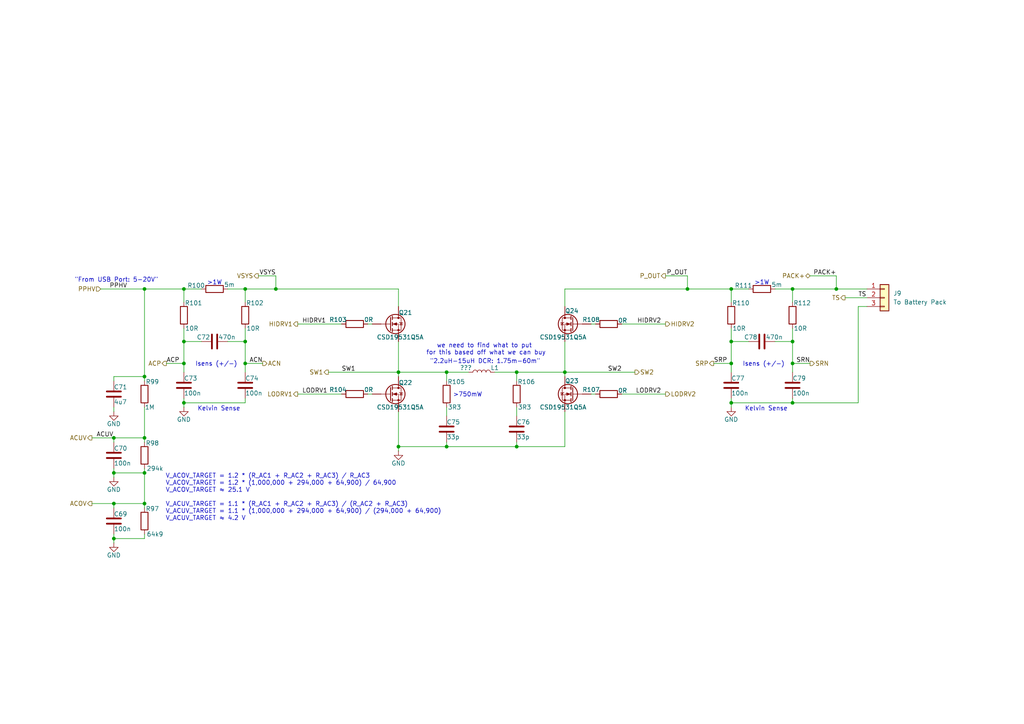
<source format=kicad_sch>
(kicad_sch (version 20250114) (generator "eeschema") (generator_version "9.0")
  (paper "A4")
  (lib_symbols
    (symbol "Connector_Generic:Conn_01x03" (pin_names (offset 1.016) (hide yes))
      (property "Reference" "J" (at 0 5.08 0))
      (property "Value" "Conn_01x03" (at 0 -5.08 0))
      (symbol "Conn_01x03_1_1"
        (rectangle (start -1.27 3.81) (end 1.27 -3.81) (stroke (width 0.254)) (fill (type background)))
        (rectangle (start -1.27 2.667) (end 0 2.413) (stroke (width 0.1524)))
        (rectangle (start -1.27 0.127) (end 0 -0.127) (stroke (width 0.1524)))
        (rectangle (start -1.27 -2.413) (end 0 -2.667) (stroke (width 0.1524)))
        (pin passive line (at -5.08 2.54 0) (length 3.81) (name "Pin_1") (number "1"))
        (pin passive line (at -5.08 0 0) (length 3.81) (name "Pin_2") (number "2"))
        (pin passive line (at -5.08 -2.54 0) (length 3.81) (name "Pin_3") (number "3"))
      )
    )
    (symbol "Device:C" (pin_numbers (hide yes)) (pin_names (offset 0.254))
      (property "Reference" "C" (at 0.635 2.54 0))
      (property "Value" "C" (at 0.635 -2.54 0))
      (symbol "C_0_1"
        (polyline (pts (xy -2.032 0.762) (xy 2.032 0.762)) (stroke (width 0.508)))
        (polyline (pts (xy -2.032 -0.762) (xy 2.032 -0.762)) (stroke (width 0.508)))
      )
      (symbol "C_1_1"
        (pin passive line (at 0 3.81 270) (length 2.794) (name "~") (number "1"))
        (pin passive line (at 0 -3.81 90) (length 2.794) (name "~") (number "2"))
      )
    )
    (symbol "Device:L" (pin_numbers (hide yes)) (pin_names (offset 1.016) (hide yes))
      (property "Reference" "L" (at -1.27 0 90))
      (property "Value" "L" (at 1.905 0 90))
      (symbol "L_0_1"
        (arc (start 0 2.54) (mid 0.6323 1.905) (end 0 1.27))
        (arc (start 0 1.27) (mid 0.6323 0.635) (end 0 0))
        (arc (start 0 0) (mid 0.6323 -0.635) (end 0 -1.27))
        (arc (start 0 -1.27) (mid 0.6323 -1.905) (end 0 -2.54))
      )
      (symbol "L_1_1"
        (pin passive line (at 0 3.81 270) (length 1.27) (name "1") (number "1"))
        (pin passive line (at 0 -3.81 90) (length 1.27) (name "2") (number "2"))
      )
    )
    (symbol "Device:R" (pin_numbers (hide yes)) (pin_names (offset 0))
      (property "Reference" "R" (at 2.032 0 90))
      (property "Value" "R" (at 0 0 90))
      (symbol "R_0_1"
        (rectangle (start -1.016 -2.54) (end 1.016 2.54) (stroke (width 0.254)))
      )
      (symbol "R_1_1"
        (pin passive line (at 0 3.81 270) (length 1.27) (name "~") (number "1"))
        (pin passive line (at 0 -3.81 90) (length 1.27) (name "~") (number "2"))
      )
    )
    (symbol "Transistor_FET:CSD19531Q5A" (pin_numbers (hide yes)) (pin_names (hide yes))
      (property "Reference" "Q" (at 5.08 1.905 0))
      (property "Value" "CSD19531Q5A" (at 5.08 0 0))
      (symbol "CSD19531Q5A_0_1"
        (polyline (pts (xy 0.254 1.905) (xy 0.254 -1.905)) (stroke (width 0.254)))
        (polyline (pts (xy 0.254 0) (xy -2.54 0)))
        (polyline (pts (xy 0.762 2.286) (xy 0.762 1.27)) (stroke (width 0.254)))
        (polyline (pts (xy 0.762 0.508) (xy 0.762 -0.508)) (stroke (width 0.254)))
        (polyline (pts (xy 0.762 -1.27) (xy 0.762 -2.286)) (stroke (width 0.254)))
        (polyline (pts (xy 0.762 -1.778) (xy 3.302 -1.778) (xy 3.302 1.778) (xy 0.762 1.778)))
        (polyline (pts (xy 1.016 0) (xy 2.032 0.381) (xy 2.032 -0.381) (xy 1.016 0)) (fill (type outline)))
        (circle (center 1.651 0) (radius 2.794) (stroke (width 0.254)))
        (polyline (pts (xy 2.54 2.54) (xy 2.54 1.778)))
        (circle (center 2.54 1.778) (radius 0.254) (fill (type outline)))
        (circle (center 2.54 -1.778) (radius 0.254) (fill (type outline)))
        (polyline (pts (xy 2.54 -2.54) (xy 2.54 0) (xy 0.762 0)))
        (polyline (pts (xy 2.794 0.508) (xy 2.921 0.381) (xy 3.683 0.381) (xy 3.81 0.254)))
        (polyline (pts (xy 3.302 0.381) (xy 2.921 -0.254) (xy 3.683 -0.254) (xy 3.302 0.381)))
      )
      (symbol "CSD19531Q5A_1_1"
        (pin passive line (at -5.08 0 0) (length 2.54) (name "G") (number "4"))
        (pin passive line (at 2.54 5.08 270) (length 2.54) (name "D") (number "5"))
        (pin passive line (at 2.54 -5.08 90) (length 2.54) (name "S") (number "1"))
        (pin passive line (at 2.54 -5.08 90) (length 2.54) (hide yes) (name "S") (number "2"))
        (pin passive line (at 2.54 -5.08 90) (length 2.54) (hide yes) (name "S") (number "3"))
      )
    )
    (symbol "power:GND" (power) (pin_numbers (hide yes)) (pin_names (offset 0) (hide yes))
      (property "Value" "GND" (at 0 -3.81 0))
      (symbol "GND_0_1"
        (polyline (pts (xy 0 0) (xy 0 -1.27) (xy 1.27 -1.27) (xy 0 -2.54) (xy -1.27 -1.27) (xy 0 -1.27)))
      )
      (symbol "GND_1_1"
        (pin power_in line (at 0 0 270) (length 0) (name "~") (number "1"))
      )
    )
  )
  (text ">1W" (at 220.98 82.042 0) (effects (font (size 1.27 1.27))))
  (text "Kelvin Sense" (at 222.25 118.618 0) (effects (font (size 1.27 1.27))))
  (text ">1W" (at 62.23 82.042 0) (effects (font (size 1.27 1.27))))
  (text "Isens (+/-)" (at 221.488 105.664 0) (effects (font (size 1.27 1.27))))
  (text "V_ACOV_TARGET = 1.2 * (R_AC1 + R_AC2 + R_AC3) / R_AC3\nV_ACOV_TARGET = 1.2 * (1,000,000 + 294,000 + 64,900) / 64,900\nV_ACOV_TARGET ≈ 25.1 V\n\nV_ACUV_TARGET = 1.1 * (R_AC1 + R_AC2 + R_AC3) / (R_AC2 + R_AC3)\nV_ACUV_TARGET = 1.1 * (1,000,000 + 294,000 + 64,900) / (294,000 + 64,900)\nV_ACUV_TARGET ≈ 4.2 V" (at 48.006 144.272 0) (effects (font (size 1.27 1.27)) (justify left)))
  (text "Isens (+/-)" (at 62.738 105.664 0) (effects (font (size 1.27 1.27))))
  (text "we need to find what to put \nfor this based off what we can buy" (at 140.97 101.346 0) (effects (font (size 1.27 1.27))))
  (text "Kelvin Sense" (at 63.5 118.618 0) (effects (font (size 1.27 1.27))))
  (text ">750mW" (at 135.636 114.554 0) (effects (font (size 1.27 1.27))))
  (text "\"2.2uH-15uH DCR: 1.75m-60m\"" (at 140.716 104.902 0) (effects (font (size 1.27 1.27))))
  (text "\"From USB Port: 5-20V\"" (at 33.782 81.28 0) (effects (font (size 1.27 1.27))))
  (junction (at 163.83 107.95))
  (junction (at 41.91 137.16))
  (junction (at 71.12 105.41))
  (junction (at 115.57 107.95))
  (junction (at 129.54 129.54))
  (junction (at 229.87 116.84))
  (junction (at 53.34 105.41))
  (junction (at 33.02 137.16))
  (junction (at 229.87 105.41))
  (junction (at 212.09 105.41))
  (junction (at 129.54 107.95))
  (junction (at 115.57 129.54))
  (junction (at 71.12 83.82))
  (junction (at 33.02 127))
  (junction (at 41.91 146.05))
  (junction (at 41.91 109.22))
  (junction (at 33.02 156.21))
  (junction (at 53.34 99.06))
  (junction (at 71.12 99.06))
  (junction (at 199.39 83.82))
  (junction (at 229.87 83.82))
  (junction (at 41.91 127))
  (junction (at 41.91 83.82))
  (junction (at 242.57 83.82))
  (junction (at 80.01 83.82))
  (junction (at 149.86 107.95))
  (junction (at 212.09 116.84))
  (junction (at 53.34 116.84))
  (junction (at 229.87 99.06))
  (junction (at 33.02 146.05))
  (junction (at 53.34 83.82))
  (junction (at 212.09 83.82))
  (junction (at 149.86 129.54))
  (junction (at 212.09 99.06))
  (wire (pts (xy 53.34 115.57) (xy 53.34 116.84)))
  (wire (pts (xy 171.45 93.98) (xy 172.72 93.98)))
  (wire (pts (xy 217.17 99.06) (xy 212.09 99.06)))
  (wire (pts (xy 33.02 154.94) (xy 33.02 156.21)))
  (wire (pts (xy 48.26 105.41) (xy 53.34 105.41)))
  (wire (pts (xy 229.87 99.06) (xy 229.87 95.25)))
  (wire (pts (xy 95.25 107.95) (xy 115.57 107.95)))
  (wire (pts (xy 115.57 129.54) (xy 115.57 130.81)))
  (wire (pts (xy 71.12 83.82) (xy 80.01 83.82)))
  (wire (pts (xy 184.15 107.95) (xy 163.83 107.95)))
  (wire (pts (xy 212.09 83.82) (xy 212.09 87.63)))
  (wire (pts (xy 229.87 107.95) (xy 229.87 105.41)))
  (wire (pts (xy 33.02 157.48) (xy 33.02 156.21)))
  (wire (pts (xy 71.12 105.41) (xy 71.12 99.06)))
  (wire (pts (xy 29.21 83.82) (xy 41.91 83.82)))
  (wire (pts (xy 33.02 127) (xy 41.91 127)))
  (wire (pts (xy 251.46 88.9) (xy 248.92 88.9)))
  (wire (pts (xy 115.57 107.95) (xy 115.57 99.06)))
  (wire (pts (xy 149.86 129.54) (xy 129.54 129.54)))
  (wire (pts (xy 242.57 80.01) (xy 242.57 83.82)))
  (wire (pts (xy 71.12 107.95) (xy 71.12 105.41)))
  (wire (pts (xy 163.83 119.38) (xy 163.83 129.54)))
  (wire (pts (xy 41.91 109.22) (xy 41.91 110.49)))
  (wire (pts (xy 41.91 135.89) (xy 41.91 137.16)))
  (wire (pts (xy 106.68 114.3) (xy 107.95 114.3)))
  (wire (pts (xy 33.02 146.05) (xy 41.91 146.05)))
  (wire (pts (xy 41.91 156.21) (xy 33.02 156.21)))
  (wire (pts (xy 41.91 137.16) (xy 41.91 146.05)))
  (wire (pts (xy 171.45 114.3) (xy 172.72 114.3)))
  (wire (pts (xy 41.91 147.32) (xy 41.91 146.05)))
  (wire (pts (xy 193.04 114.3) (xy 180.34 114.3)))
  (wire (pts (xy 53.34 105.41) (xy 53.34 107.95)))
  (wire (pts (xy 149.86 118.11) (xy 149.86 120.65)))
  (wire (pts (xy 41.91 83.82) (xy 41.91 109.22)))
  (wire (pts (xy 53.34 99.06) (xy 53.34 105.41)))
  (wire (pts (xy 129.54 107.95) (xy 129.54 110.49)))
  (wire (pts (xy 115.57 129.54) (xy 129.54 129.54)))
  (wire (pts (xy 129.54 128.27) (xy 129.54 129.54)))
  (wire (pts (xy 33.02 109.22) (xy 41.91 109.22)))
  (wire (pts (xy 115.57 107.95) (xy 129.54 107.95)))
  (wire (pts (xy 212.09 99.06) (xy 212.09 95.25)))
  (wire (pts (xy 33.02 118.11) (xy 33.02 119.38)))
  (wire (pts (xy 41.91 83.82) (xy 53.34 83.82)))
  (wire (pts (xy 193.04 80.01) (xy 199.39 80.01)))
  (wire (pts (xy 149.86 107.95) (xy 163.83 107.95)))
  (wire (pts (xy 86.36 114.3) (xy 99.06 114.3)))
  (wire (pts (xy 229.87 116.84) (xy 248.92 116.84)))
  (wire (pts (xy 229.87 87.63) (xy 229.87 83.82)))
  (wire (pts (xy 212.09 116.84) (xy 212.09 118.11)))
  (wire (pts (xy 115.57 119.38) (xy 115.57 129.54)))
  (wire (pts (xy 66.04 99.06) (xy 71.12 99.06)))
  (wire (pts (xy 71.12 105.41) (xy 76.2 105.41)))
  (wire (pts (xy 26.67 146.05) (xy 33.02 146.05)))
  (wire (pts (xy 149.86 107.95) (xy 149.86 110.49)))
  (wire (pts (xy 80.01 83.82) (xy 115.57 83.82)))
  (wire (pts (xy 199.39 83.82) (xy 212.09 83.82)))
  (wire (pts (xy 71.12 115.57) (xy 71.12 116.84)))
  (wire (pts (xy 163.83 107.95) (xy 163.83 109.22)))
  (wire (pts (xy 71.12 87.63) (xy 71.12 83.82)))
  (wire (pts (xy 229.87 105.41) (xy 229.87 99.06)))
  (wire (pts (xy 163.83 83.82) (xy 199.39 83.82)))
  (wire (pts (xy 41.91 118.11) (xy 41.91 127)))
  (wire (pts (xy 229.87 83.82) (xy 242.57 83.82)))
  (wire (pts (xy 41.91 128.27) (xy 41.91 127)))
  (wire (pts (xy 106.68 93.98) (xy 107.95 93.98)))
  (wire (pts (xy 71.12 99.06) (xy 71.12 95.25)))
  (wire (pts (xy 245.11 86.36) (xy 251.46 86.36)))
  (wire (pts (xy 212.09 83.82) (xy 217.17 83.82)))
  (wire (pts (xy 143.51 107.95) (xy 149.86 107.95)))
  (wire (pts (xy 33.02 146.05) (xy 33.02 147.32)))
  (wire (pts (xy 74.93 80.01) (xy 80.01 80.01)))
  (wire (pts (xy 53.34 116.84) (xy 53.34 118.11)))
  (wire (pts (xy 212.09 99.06) (xy 212.09 105.41)))
  (wire (pts (xy 163.83 88.9) (xy 163.83 83.82)))
  (wire (pts (xy 212.09 105.41) (xy 212.09 107.95)))
  (wire (pts (xy 41.91 154.94) (xy 41.91 156.21)))
  (wire (pts (xy 86.36 93.98) (xy 99.06 93.98)))
  (wire (pts (xy 193.04 93.98) (xy 180.34 93.98)))
  (wire (pts (xy 163.83 107.95) (xy 163.83 99.06)))
  (wire (pts (xy 149.86 128.27) (xy 149.86 129.54)))
  (wire (pts (xy 229.87 115.57) (xy 229.87 116.84)))
  (wire (pts (xy 33.02 110.49) (xy 33.02 109.22)))
  (wire (pts (xy 33.02 137.16) (xy 33.02 138.43)))
  (wire (pts (xy 33.02 127) (xy 33.02 128.27)))
  (wire (pts (xy 199.39 80.01) (xy 199.39 83.82)))
  (wire (pts (xy 33.02 135.89) (xy 33.02 137.16)))
  (wire (pts (xy 149.86 129.54) (xy 163.83 129.54)))
  (wire (pts (xy 229.87 105.41) (xy 234.95 105.41)))
  (wire (pts (xy 115.57 109.22) (xy 115.57 107.95)))
  (wire (pts (xy 207.01 105.41) (xy 212.09 105.41)))
  (wire (pts (xy 248.92 88.9) (xy 248.92 116.84)))
  (wire (pts (xy 66.04 83.82) (xy 71.12 83.82)))
  (wire (pts (xy 234.95 80.01) (xy 242.57 80.01)))
  (wire (pts (xy 224.79 99.06) (xy 229.87 99.06)))
  (wire (pts (xy 212.09 116.84) (xy 229.87 116.84)))
  (wire (pts (xy 53.34 83.82) (xy 53.34 87.63)))
  (wire (pts (xy 129.54 118.11) (xy 129.54 120.65)))
  (wire (pts (xy 224.79 83.82) (xy 229.87 83.82)))
  (wire (pts (xy 53.34 116.84) (xy 71.12 116.84)))
  (wire (pts (xy 212.09 115.57) (xy 212.09 116.84)))
  (wire (pts (xy 53.34 99.06) (xy 53.34 95.25)))
  (wire (pts (xy 80.01 80.01) (xy 80.01 83.82)))
  (wire (pts (xy 58.42 99.06) (xy 53.34 99.06)))
  (wire (pts (xy 53.34 83.82) (xy 58.42 83.82)))
  (wire (pts (xy 115.57 88.9) (xy 115.57 83.82)))
  (wire (pts (xy 129.54 107.95) (xy 135.89 107.95)))
  (wire (pts (xy 26.67 127) (xy 33.02 127)))
  (wire (pts (xy 33.02 137.16) (xy 41.91 137.16)))
  (wire (pts (xy 242.57 83.82) (xy 251.46 83.82)))
  (label "ACN" (at 76.2 105.41 180))
  (label "SW2" (at 180.34 107.95 180))
  (label "TS" (at 248.92 86.36 0))
  (label "SW1" (at 99.06 107.95 0))
  (label "LODRV2" (at 191.77 114.3 180))
  (label "PACK+" (at 242.57 80.01 180))
  (label "SRN" (at 234.95 105.41 180))
  (label "LODRV1" (at 87.63 114.3 0))
  (label "HIDRV1" (at 87.63 93.98 0))
  (label "PPHV" (at 31.75 83.82 0))
  (label "P_OUT" (at 199.39 80.01 180))
  (label "ACUV" (at 27.94 127 0))
  (label "SRP" (at 207.01 105.41 0))
  (label "ACP" (at 48.26 105.41 0))
  (label "VSYS" (at 80.01 80.01 180))
  (label "HIDRV2" (at 191.77 93.98 180))
  (hierarchical_label "VSYS" (shape output) (at 74.93 80.01 180))
  (hierarchical_label "HIDRV2" (shape output) (at 193.04 93.98 0))
  (hierarchical_label "LODRV2" (shape output) (at 193.04 114.3 0))
  (hierarchical_label "ACOV" (shape output) (at 26.67 146.05 180))
  (hierarchical_label "ACP" (shape output) (at 48.26 105.41 180))
  (hierarchical_label "P_OUT" (shape output) (at 193.04 80.01 180))
  (hierarchical_label "ACUV" (shape output) (at 26.67 127 180))
  (hierarchical_label "SW1" (shape output) (at 95.25 107.95 180))
  (hierarchical_label "LODRV1" (shape output) (at 86.36 114.3 180))
  (hierarchical_label "HIDRV1" (shape output) (at 86.36 93.98 180))
  (hierarchical_label "PPHV" (shape input) (at 29.21 83.82 180))
  (hierarchical_label "SW2" (shape output) (at 184.15 107.95 0))
  (hierarchical_label "SRN" (shape output) (at 234.95 105.41 0))
  (hierarchical_label "SRP" (shape output) (at 207.01 105.41 180))
  (hierarchical_label "PACK+" (shape bidirectional) (at 234.95 80.01 180))
  (hierarchical_label "ACN" (shape output) (at 76.2 105.41 0))
  (hierarchical_label "TS" (shape output) (at 245.11 86.36 180))
  (symbol (lib_id "Device:C") (at 149.86 124.46 0) (unit 1)
    (property "Reference" "C76" (at 149.86 122.428 0) (effects (justify left)))
    (property "Value" "33p" (at 149.86 126.746 0) (effects (justify left)))
    (property "Description" "Unpolarized capacitor" (effects (hide yes)))
  )
  (symbol (lib_id "Device:C") (at 33.02 151.13 0) (unit 1)
    (property "Reference" "C69" (at 33.02 149.098 0) (effects (justify left)))
    (property "Value" "100n" (at 33.02 153.416 0) (effects (justify left)))
    (property "Description" "Unpolarized capacitor" (effects (hide yes)))
  )
  (symbol (lib_id "Device:R") (at 212.09 91.44 180) (unit 1)
    (property "Reference" "R110" (at 214.884 87.884 0))
    (property "Value" "10R" (at 214.376 95.25 0))
    (property "Description" "Resistor" (effects (hide yes)))
  )
  (symbol (lib_id "power:GND") (at 53.34 118.11 0) (unit 1)
    (property "Reference" "#PWR047" (effects (hide yes)))
    (property "Value" "GND" (at 55.372 121.666 0) (effects (justify right)))
    (property "Description" "Power symbol creates a global label with name \"GND\" , ground" (effects (hide yes)))
  )
  (symbol (lib_id "Device:R") (at 102.87 93.98 90) (unit 1)
    (property "Reference" "R103" (at 98.044 92.71 90))
    (property "Value" "0R" (at 106.934 92.71 90))
    (property "Description" "Resistor" (effects (hide yes)))
  )
  (symbol (lib_id "Connector_Generic:Conn_01x03") (at 256.54 86.36 0) (unit 1)
    (property "Reference" "J9" (at 259.08 85.0899 0) (effects (justify left)))
    (property "Value" "To Battery Pack" (at 259.08 87.6299 0) (effects (justify left)))
    (property "Description" "Generic connector, single row, 01x03, script generated (kicad-library-utils/schlib/autogen/connector/)" (effects (hide yes)))
  )
  (symbol (lib_id "Device:L") (at 139.7 107.95 90) (unit 1)
    (property "Reference" "L1" (at 143.51 106.68 90))
    (property "Value" "???" (at 135.128 106.68 90))
    (property "Description" "Inductor" (effects (hide yes)))
  )
  (symbol (lib_id "Device:R") (at 41.91 132.08 180) (unit 1)
    (property "Reference" "R98" (at 44.196 128.524 0))
    (property "Value" "294k" (at 44.958 135.89 0))
    (property "Description" "Resistor" (effects (hide yes)))
  )
  (symbol (lib_id "Device:R") (at 53.34 91.44 180) (unit 1)
    (property "Reference" "R101" (at 56.134 87.884 0))
    (property "Value" "10R" (at 55.626 95.25 0))
    (property "Description" "Resistor" (effects (hide yes)))
  )
  (symbol (lib_id "Device:C") (at 129.54 124.46 0) (unit 1)
    (property "Reference" "C75" (at 129.54 122.428 0) (effects (justify left)))
    (property "Value" "33p" (at 129.54 126.746 0) (effects (justify left)))
    (property "Description" "Unpolarized capacitor" (effects (hide yes)))
  )
  (symbol (lib_id "Device:C") (at 62.23 99.06 90) (unit 1)
    (property "Reference" "C72" (at 60.96 97.79 90) (effects (justify left)))
    (property "Value" "470n" (at 68.326 97.79 90) (effects (justify left)))
    (property "Description" "Unpolarized capacitor" (effects (hide yes)))
  )
  (symbol (lib_id "power:GND") (at 115.57 130.81 0) (unit 1)
    (property "Reference" "#PWR048" (effects (hide yes)))
    (property "Value" "GND" (at 117.602 134.366 0) (effects (justify right)))
    (property "Description" "Power symbol creates a global label with name \"GND\" , ground" (effects (hide yes)))
  )
  (symbol (lib_id "Device:R") (at 41.91 151.13 180) (unit 1)
    (property "Reference" "R97" (at 44.196 147.574 0))
    (property "Value" "64k9" (at 44.958 154.94 0))
    (property "Description" "Resistor" (effects (hide yes)))
  )
  (symbol (lib_id "Device:R") (at 229.87 91.44 180) (unit 1)
    (property "Reference" "R112" (at 232.664 87.884 0))
    (property "Value" "10R" (at 232.156 95.25 0))
    (property "Description" "Resistor" (effects (hide yes)))
  )
  (symbol (lib_id "Transistor_FET:CSD19531Q5A") (at 113.03 114.3 0) (unit 1)
    (property "Reference" "Q22" (at 117.602 110.998 0))
    (property "Value" "CSD19531Q5A" (at 116.078 118.11 0))
    (property "Footprint" "Package_TO_SOT_SMD:TDSON-8-1" (effects (hide yes)))
    (property "Datasheet" "http://www.ti.com/lit/gpn/csd19531q5a" (effects (hide yes)))
    (property "Description" "100A Id, 100V Vds, NexFET N-Channel Power MOSFET, 6.4mOhm Ron, 37nC Qg(typ), SON8 5x6mm" (effects (hide yes)))
  )
  (symbol (lib_id "Device:R") (at 71.12 91.44 180) (unit 1)
    (property "Reference" "R102" (at 73.914 87.884 0))
    (property "Value" "10R" (at 73.406 95.25 0))
    (property "Description" "Resistor" (effects (hide yes)))
  )
  (symbol (lib_id "Device:R") (at 176.53 93.98 270) (mirror x) (unit 1)
    (property "Reference" "R108" (at 171.45 92.71 90))
    (property "Value" "0R" (at 180.594 92.964 90))
    (property "Description" "Resistor" (effects (hide yes)))
  )
  (symbol (lib_id "Device:C") (at 71.12 111.76 0) (unit 1)
    (property "Reference" "C74" (at 71.12 109.728 0) (effects (justify left)))
    (property "Value" "100n" (at 71.12 114.046 0) (effects (justify left)))
    (property "Description" "Unpolarized capacitor" (effects (hide yes)))
  )
  (symbol (lib_id "Transistor_FET:CSD19531Q5A") (at 166.37 93.98 0) (mirror y) (unit 1)
    (property "Reference" "Q24" (at 165.862 90.17 0))
    (property "Value" "CSD19531Q5A" (at 163.322 97.79 0))
    (property "Footprint" "Package_TO_SOT_SMD:TDSON-8-1" (effects (hide yes)))
    (property "Datasheet" "http://www.ti.com/lit/gpn/csd19531q5a" (effects (hide yes)))
    (property "Description" "100A Id, 100V Vds, NexFET N-Channel Power MOSFET, 6.4mOhm Ron, 37nC Qg(typ), SON8 5x6mm" (effects (hide yes)))
  )
  (symbol (lib_id "Device:R") (at 220.98 83.82 90) (unit 1)
    (property "Reference" "R111" (at 215.646 82.804 90))
    (property "Value" "5m" (at 225.298 82.55 90))
    (property "Description" "Resistor" (effects (hide yes)))
  )
  (symbol (lib_id "Device:C") (at 229.87 111.76 0) (unit 1)
    (property "Reference" "C79" (at 229.87 109.728 0) (effects (justify left)))
    (property "Value" "100n" (at 229.87 114.046 0) (effects (justify left)))
    (property "Description" "Unpolarized capacitor" (effects (hide yes)))
  )
  (symbol (lib_id "Device:R") (at 62.23 83.82 90) (unit 1)
    (property "Reference" "R100" (at 56.896 82.804 90))
    (property "Value" "5m" (at 66.548 82.55 90))
    (property "Description" "Resistor" (effects (hide yes)))
  )
  (symbol (lib_id "Transistor_FET:CSD19531Q5A") (at 113.03 93.98 0) (unit 1)
    (property "Reference" "Q21" (at 117.602 90.678 0))
    (property "Value" "CSD19531Q5A" (at 116.078 97.79 0))
    (property "Footprint" "Package_TO_SOT_SMD:TDSON-8-1" (effects (hide yes)))
    (property "Datasheet" "http://www.ti.com/lit/gpn/csd19531q5a" (effects (hide yes)))
    (property "Description" "100A Id, 100V Vds, NexFET N-Channel Power MOSFET, 6.4mOhm Ron, 37nC Qg(typ), SON8 5x6mm" (effects (hide yes)))
  )
  (symbol (lib_id "Transistor_FET:CSD19531Q5A") (at 166.37 114.3 0) (mirror y) (unit 1)
    (property "Reference" "Q23" (at 165.862 110.49 0))
    (property "Value" "CSD19531Q5A" (at 163.322 118.11 0))
    (property "Footprint" "Package_TO_SOT_SMD:TDSON-8-1" (effects (hide yes)))
    (property "Datasheet" "http://www.ti.com/lit/gpn/csd19531q5a" (effects (hide yes)))
    (property "Description" "100A Id, 100V Vds, NexFET N-Channel Power MOSFET, 6.4mOhm Ron, 37nC Qg(typ), SON8 5x6mm" (effects (hide yes)))
  )
  (symbol (lib_id "Device:R") (at 129.54 114.3 180) (unit 1)
    (property "Reference" "R105" (at 132.334 110.744 0))
    (property "Value" "3R3" (at 131.826 118.11 0))
    (property "Description" "Resistor" (effects (hide yes)))
  )
  (symbol (lib_id "power:GND") (at 33.02 138.43 0) (unit 1)
    (property "Reference" "#PWR045" (effects (hide yes)))
    (property "Value" "GND" (at 35.052 141.986 0) (effects (justify right)))
    (property "Description" "Power symbol creates a global label with name \"GND\" , ground" (effects (hide yes)))
  )
  (symbol (lib_id "Device:R") (at 41.91 114.3 180) (unit 1)
    (property "Reference" "R99" (at 44.196 110.744 0))
    (property "Value" "1M" (at 43.434 118.11 0))
    (property "Description" "Resistor" (effects (hide yes)))
  )
  (symbol (lib_id "power:GND") (at 212.09 118.11 0) (unit 1)
    (property "Reference" "#PWR049" (effects (hide yes)))
    (property "Value" "GND" (at 214.122 121.666 0) (effects (justify right)))
    (property "Description" "Power symbol creates a global label with name \"GND\" , ground" (effects (hide yes)))
  )
  (symbol (lib_id "power:GND") (at 33.02 157.48 0) (unit 1)
    (property "Reference" "#PWR044" (effects (hide yes)))
    (property "Value" "GND" (at 35.052 161.036 0) (effects (justify right)))
    (property "Description" "Power symbol creates a global label with name \"GND\" , ground" (effects (hide yes)))
  )
  (symbol (lib_id "Device:C") (at 53.34 111.76 0) (unit 1)
    (property "Reference" "C73" (at 53.34 109.728 0) (effects (justify left)))
    (property "Value" "100n" (at 53.34 114.046 0) (effects (justify left)))
    (property "Description" "Unpolarized capacitor" (effects (hide yes)))
  )
  (symbol (lib_id "Device:C") (at 33.02 132.08 0) (unit 1)
    (property "Reference" "C70" (at 33.02 130.048 0) (effects (justify left)))
    (property "Value" "100n" (at 33.02 134.366 0) (effects (justify left)))
    (property "Description" "Unpolarized capacitor" (effects (hide yes)))
  )
  (symbol (lib_id "Device:C") (at 33.02 114.3 0) (unit 1)
    (property "Reference" "C71" (at 33.02 112.268 0) (effects (justify left)))
    (property "Value" "4u7" (at 33.02 116.586 0) (effects (justify left)))
    (property "Description" "Unpolarized capacitor" (effects (hide yes)))
  )
  (symbol (lib_id "Device:R") (at 149.86 114.3 180) (unit 1)
    (property "Reference" "R106" (at 152.654 110.744 0))
    (property "Value" "3R3" (at 152.146 118.11 0))
    (property "Description" "Resistor" (effects (hide yes)))
  )
  (symbol (lib_id "Device:R") (at 102.87 114.3 90) (unit 1)
    (property "Reference" "R104" (at 98.044 113.03 90))
    (property "Value" "0R" (at 106.934 113.03 90))
    (property "Description" "Resistor" (effects (hide yes)))
  )
  (symbol (lib_id "Device:C") (at 212.09 111.76 0) (unit 1)
    (property "Reference" "C77" (at 212.09 109.728 0) (effects (justify left)))
    (property "Value" "100n" (at 212.09 114.046 0) (effects (justify left)))
    (property "Description" "Unpolarized capacitor" (effects (hide yes)))
  )
  (symbol (lib_id "power:GND") (at 33.02 119.38 0) (unit 1)
    (property "Reference" "#PWR046" (effects (hide yes)))
    (property "Value" "GND" (at 35.052 122.936 0) (effects (justify right)))
    (property "Description" "Power symbol creates a global label with name \"GND\" , ground" (effects (hide yes)))
  )
  (symbol (lib_id "Device:C") (at 220.98 99.06 90) (unit 1)
    (property "Reference" "C78" (at 219.71 97.79 90) (effects (justify left)))
    (property "Value" "470n" (at 227.076 97.79 90) (effects (justify left)))
    (property "Description" "Unpolarized capacitor" (effects (hide yes)))
  )
  (symbol (lib_id "Device:R") (at 176.53 114.3 270) (mirror x) (unit 1)
    (property "Reference" "R107" (at 171.45 113.03 90))
    (property "Value" "0R" (at 180.594 113.284 90))
    (property "Description" "Resistor" (effects (hide yes)))
  )
)
</source>
